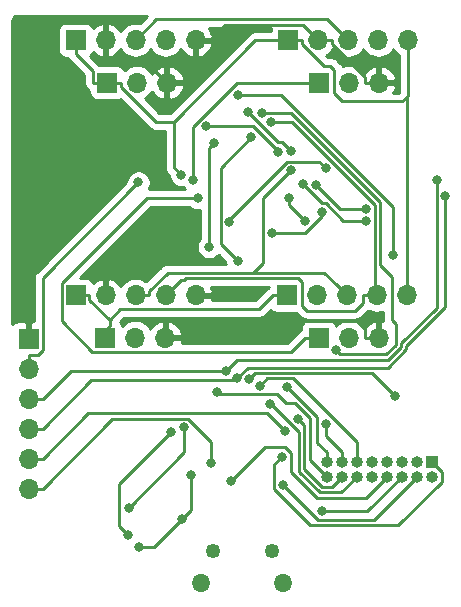
<source format=gbr>
G04 #@! TF.GenerationSoftware,KiCad,Pcbnew,(5.1.2)-1*
G04 #@! TF.CreationDate,2020-05-27T18:22:03+09:00*
G04 #@! TF.ProjectId,i2s,6932732e-6b69-4636-9164-5f7063625858,v1.1*
G04 #@! TF.SameCoordinates,Original*
G04 #@! TF.FileFunction,Copper,L2,Bot*
G04 #@! TF.FilePolarity,Positive*
%FSLAX46Y46*%
G04 Gerber Fmt 4.6, Leading zero omitted, Abs format (unit mm)*
G04 Created by KiCad (PCBNEW (5.1.2)-1) date 2020-05-27 18:22:03*
%MOMM*%
%LPD*%
G04 APERTURE LIST*
%ADD10O,1.000000X1.000000*%
%ADD11R,1.000000X1.000000*%
%ADD12O,1.700000X1.700000*%
%ADD13R,1.700000X1.700000*%
%ADD14O,1.550000X1.550000*%
%ADD15O,1.250000X1.250000*%
%ADD16C,0.800000*%
%ADD17C,0.250000*%
%ADD18C,0.254000*%
G04 APERTURE END LIST*
D10*
X127260000Y-139700000D03*
X127260000Y-138430000D03*
X128530000Y-139700000D03*
X128530000Y-138430000D03*
X129800000Y-139700000D03*
X129800000Y-138430000D03*
X131070000Y-139700000D03*
X131070000Y-138430000D03*
X132340000Y-139700000D03*
X132340000Y-138430000D03*
X133610000Y-139700000D03*
X133610000Y-138430000D03*
X134880000Y-139700000D03*
X134880000Y-138430000D03*
X136150000Y-139700000D03*
D11*
X136150000Y-138430000D03*
D12*
X134040000Y-124300000D03*
X131500000Y-124300000D03*
X128960000Y-124300000D03*
X126420000Y-124300000D03*
D13*
X123880000Y-124300000D03*
D12*
X116160000Y-124300000D03*
X113620000Y-124300000D03*
X111080000Y-124300000D03*
X108540000Y-124300000D03*
D13*
X106000000Y-124300000D03*
D12*
X131680000Y-127900000D03*
X129140000Y-127900000D03*
D13*
X126600000Y-127900000D03*
D12*
X113580000Y-127900000D03*
X111040000Y-127900000D03*
D13*
X108500000Y-127900000D03*
D12*
X131680000Y-106300000D03*
X129140000Y-106300000D03*
D13*
X126600000Y-106300000D03*
D12*
X113740000Y-106300000D03*
X111200000Y-106300000D03*
D13*
X108660000Y-106300000D03*
D12*
X134160000Y-102700000D03*
X131620000Y-102700000D03*
X129080000Y-102700000D03*
X126540000Y-102700000D03*
D13*
X124000000Y-102700000D03*
D12*
X116160000Y-102700000D03*
X113620000Y-102700000D03*
X111080000Y-102700000D03*
X108540000Y-102700000D03*
D13*
X106000000Y-102700000D03*
D14*
X116600000Y-148700000D03*
X123600000Y-148700000D03*
D15*
X117600000Y-146000000D03*
X122600000Y-146000000D03*
D12*
X102030000Y-140670000D03*
X102030000Y-138130000D03*
X102030000Y-135590000D03*
X102030000Y-133050000D03*
X102030000Y-130510000D03*
D13*
X102030000Y-127970000D03*
D16*
X111322300Y-114745000D03*
X115778500Y-139504700D03*
X111349600Y-145619200D03*
X115047400Y-143245600D03*
X117760700Y-111397400D03*
X117315800Y-120214100D03*
X114956900Y-114133500D03*
X115947000Y-114571500D03*
X116381100Y-116078300D03*
X124249100Y-112060300D03*
X120628700Y-108770600D03*
X117039700Y-109992700D03*
X123123900Y-112152900D03*
X119730200Y-121439200D03*
X120891400Y-110901000D03*
X128056700Y-128946900D03*
X121805200Y-108883800D03*
X119715800Y-107349400D03*
X132835700Y-120856100D03*
X117451600Y-138481700D03*
X123746300Y-135789300D03*
X137295200Y-115940100D03*
X119700000Y-131347200D03*
X136563400Y-114560900D03*
X118760900Y-130678300D03*
X110400000Y-144600000D03*
X114100000Y-135900000D03*
X110500000Y-142300000D03*
X115200000Y-135500000D03*
X122573800Y-109658900D03*
X124226300Y-113720200D03*
X133056200Y-132838500D03*
X120704600Y-131399000D03*
X130610700Y-117991700D03*
X125270100Y-114923000D03*
X130577400Y-116991300D03*
X126373500Y-114999600D03*
X124085500Y-116098700D03*
X125396100Y-118016100D03*
X122595800Y-119045800D03*
X126873700Y-117253300D03*
X127174400Y-113527500D03*
X119018500Y-118132900D03*
X123912700Y-132070300D03*
X124859400Y-134815400D03*
X127179700Y-135194500D03*
X122437900Y-133493900D03*
X121600300Y-131970500D03*
X119200000Y-140006100D03*
X126891000Y-142610100D03*
X123565200Y-140342100D03*
X123464600Y-137958900D03*
X117947100Y-132502200D03*
D17*
X131680000Y-106300000D02*
X130504700Y-106300000D01*
X126540000Y-102700000D02*
X127715300Y-102700000D01*
X127715300Y-102700000D02*
X127715300Y-103067400D01*
X127715300Y-103067400D02*
X130504700Y-105856800D01*
X130504700Y-105856800D02*
X130504700Y-106300000D01*
X131680000Y-127900000D02*
X130504700Y-127900000D01*
X113580000Y-127900000D02*
X114755300Y-127900000D01*
X114755300Y-127900000D02*
X116144700Y-126510600D01*
X116144700Y-126510600D02*
X129812900Y-126510600D01*
X129812900Y-126510600D02*
X130504700Y-127202400D01*
X130504700Y-127202400D02*
X130504700Y-127900000D01*
X125240000Y-101400000D02*
X126540000Y-102700000D01*
X118635300Y-101400000D02*
X125240000Y-101400000D01*
X116160000Y-102700000D02*
X117335300Y-102700000D01*
X117335300Y-102700000D02*
X118635300Y-101400000D01*
X108540000Y-103902081D02*
X108937919Y-104300000D01*
X108540000Y-102700000D02*
X108540000Y-103902081D01*
X112500000Y-105060000D02*
X113740000Y-106300000D01*
X111740000Y-104300000D02*
X112500000Y-105060000D01*
X108937919Y-104300000D02*
X111740000Y-104300000D01*
X102030000Y-130510000D02*
X102030000Y-129334700D01*
X102030000Y-129334700D02*
X102838100Y-129334700D01*
X102838100Y-129334700D02*
X103205300Y-128967500D01*
X103205300Y-128967500D02*
X103205300Y-122862000D01*
X103205300Y-122862000D02*
X111322300Y-114745000D01*
X115047400Y-143245600D02*
X115778500Y-142514500D01*
X115778500Y-142514500D02*
X115778500Y-139504700D01*
X111349600Y-145619200D02*
X112673800Y-145619200D01*
X112673800Y-145619200D02*
X115047400Y-143245600D01*
X117315800Y-120214100D02*
X117315800Y-111842300D01*
X117315800Y-111842300D02*
X117760700Y-111397400D01*
X134040000Y-123124700D02*
X134040000Y-107526100D01*
X134040000Y-107526100D02*
X134160000Y-107406100D01*
X134160000Y-107406100D02*
X134160000Y-103875300D01*
X124000000Y-102700000D02*
X121224800Y-102700000D01*
X121224800Y-102700000D02*
X114301000Y-109623800D01*
X134040000Y-124300000D02*
X134040000Y-123124700D01*
X134160000Y-102700000D02*
X134160000Y-103875300D01*
X114301000Y-109623800D02*
X114301000Y-113477600D01*
X114301000Y-113477600D02*
X114956900Y-114133500D01*
X114301000Y-109623800D02*
X112791700Y-109623800D01*
X112791700Y-109623800D02*
X109835300Y-106667400D01*
X109835300Y-106667400D02*
X109835300Y-106300000D01*
X108660000Y-106300000D02*
X109835300Y-106300000D01*
X108660000Y-106300000D02*
X107484700Y-106300000D01*
X106000000Y-102700000D02*
X106000000Y-103875300D01*
X106000000Y-103875300D02*
X107484700Y-105360000D01*
X107484700Y-105360000D02*
X107484700Y-106300000D01*
X128600000Y-107900000D02*
X133666100Y-107900000D01*
X127900000Y-107200000D02*
X128600000Y-107900000D01*
X133666100Y-107900000D02*
X134040000Y-107526100D01*
X125175300Y-102700000D02*
X125175300Y-103021900D01*
X124000000Y-102700000D02*
X125175300Y-102700000D01*
X125175300Y-103021900D02*
X127034000Y-104880600D01*
X127034000Y-104880600D02*
X127580600Y-104880600D01*
X127580600Y-104880600D02*
X127900000Y-105200000D01*
X127900000Y-105200000D02*
X127900000Y-107200000D01*
X125424700Y-106300000D02*
X119702500Y-106300000D01*
X119702500Y-106300000D02*
X115947000Y-110055500D01*
X115947000Y-110055500D02*
X115947000Y-114571500D01*
X126600000Y-106300000D02*
X125424700Y-106300000D01*
X108886200Y-126378200D02*
X107175300Y-124667300D01*
X107175300Y-124667300D02*
X107175300Y-124300000D01*
X122704700Y-124300000D02*
X121529400Y-125475300D01*
X121529400Y-125475300D02*
X109789100Y-125475300D01*
X109789100Y-125475300D02*
X108886200Y-126378200D01*
X108886200Y-126378200D02*
X108886200Y-126926100D01*
X108886200Y-126926100D02*
X108500000Y-127312300D01*
X106000000Y-124300000D02*
X107175300Y-124300000D01*
X123880000Y-124300000D02*
X122704700Y-124300000D01*
X108500000Y-127900000D02*
X108500000Y-127312300D01*
X125424700Y-127900000D02*
X124249300Y-129075400D01*
X124249300Y-129075400D02*
X107418500Y-129075400D01*
X107418500Y-129075400D02*
X104824600Y-126481500D01*
X104824600Y-126481500D02*
X104824600Y-123293100D01*
X104824600Y-123293100D02*
X112039400Y-116078300D01*
X112039400Y-116078300D02*
X116381100Y-116078300D01*
X126600000Y-127900000D02*
X125424700Y-127900000D01*
X120628700Y-108770600D02*
X123157300Y-111299200D01*
X123157300Y-111299200D02*
X123488000Y-111299200D01*
X123488000Y-111299200D02*
X124249100Y-112060300D01*
X123123900Y-112152900D02*
X123123900Y-112107700D01*
X123123900Y-112107700D02*
X121008900Y-109992700D01*
X121008900Y-109992700D02*
X117039700Y-109992700D01*
X120891400Y-110901000D02*
X118285100Y-113507300D01*
X118285100Y-113507300D02*
X118285100Y-119994100D01*
X118285100Y-119994100D02*
X119730200Y-121439200D01*
X131789100Y-116406900D02*
X124266000Y-108883800D01*
X131789100Y-121745000D02*
X131789100Y-116406900D01*
X128409800Y-129300000D02*
X132300000Y-129300000D01*
X128056700Y-128946900D02*
X128409800Y-129300000D01*
X132300000Y-129300000D02*
X133100000Y-128500000D01*
X132800000Y-122755900D02*
X131789100Y-121745000D01*
X133100000Y-128500000D02*
X133100000Y-126716300D01*
X124266000Y-108883800D02*
X121805200Y-108883800D01*
X133100000Y-126716300D02*
X132800000Y-126416300D01*
X132800000Y-126416300D02*
X132800000Y-122755900D01*
X132835700Y-120856100D02*
X132835700Y-116816600D01*
X132835700Y-116816600D02*
X123368500Y-107349400D01*
X123368500Y-107349400D02*
X119715800Y-107349400D01*
X102030000Y-140670000D02*
X103205300Y-140670000D01*
X103205300Y-140670000D02*
X109100700Y-134774600D01*
X109100700Y-134774600D02*
X115513300Y-134774600D01*
X115513300Y-134774600D02*
X117451600Y-136712900D01*
X117451600Y-136712900D02*
X117451600Y-138481700D01*
X103205300Y-138130000D02*
X107059900Y-134275400D01*
X107059900Y-134275400D02*
X122232400Y-134275400D01*
X122232400Y-134275400D02*
X123746300Y-135789300D01*
X102030000Y-138130000D02*
X103205300Y-138130000D01*
X102030000Y-135590000D02*
X103205300Y-135590000D01*
X103205300Y-135590000D02*
X107289800Y-131505500D01*
X107289800Y-131505500D02*
X119541700Y-131505500D01*
X119541700Y-131505500D02*
X119700000Y-131347200D01*
X119700000Y-131347200D02*
X120602900Y-130444300D01*
X120602900Y-130444300D02*
X132428522Y-130444300D01*
X132428522Y-130444300D02*
X134000022Y-128872800D01*
X134000022Y-128872800D02*
X134000022Y-128572800D01*
X137295200Y-125277622D02*
X137295200Y-116505785D01*
X137295200Y-116505785D02*
X137295200Y-115940100D01*
X134000022Y-128572800D02*
X137295200Y-125277622D01*
X103205300Y-133050000D02*
X105577000Y-130678300D01*
X105577000Y-130678300D02*
X118760900Y-130678300D01*
X102030000Y-133050000D02*
X103205300Y-133050000D01*
X118760900Y-130678300D02*
X119689189Y-129750011D01*
X119689189Y-129750011D02*
X132486400Y-129750011D01*
X136563400Y-115126585D02*
X136563400Y-114560900D01*
X132486400Y-129750011D02*
X133550011Y-128686400D01*
X133550011Y-128686400D02*
X133550011Y-128386400D01*
X136563400Y-125373011D02*
X136563400Y-115126585D01*
X133550011Y-128386400D02*
X136563400Y-125373011D01*
X114100000Y-135900000D02*
X109675000Y-140325000D01*
X109675000Y-140325000D02*
X109675000Y-143875000D01*
X109675000Y-143875000D02*
X110400000Y-144600000D01*
X115200000Y-135500000D02*
X115200000Y-137600000D01*
X115200000Y-137600000D02*
X110500000Y-142300000D01*
X127329989Y-100949989D02*
X128230001Y-101850001D01*
X128230001Y-101850001D02*
X129080000Y-102700000D01*
X112830011Y-100949989D02*
X127329989Y-100949989D01*
X111080000Y-102700000D02*
X112830011Y-100949989D01*
X122573800Y-109658900D02*
X124332700Y-109658900D01*
X124332700Y-109658900D02*
X131336100Y-116662300D01*
X131336100Y-116662300D02*
X131336100Y-124300000D01*
X131500000Y-124300000D02*
X131336100Y-124300000D01*
X130324700Y-124300000D02*
X131305400Y-124300000D01*
X130324700Y-124975300D02*
X130324700Y-124300000D01*
X125555300Y-125600000D02*
X129700000Y-125600000D01*
X125200000Y-125244700D02*
X125555300Y-125600000D01*
X131305400Y-124300000D02*
X131336100Y-124300000D01*
X114920000Y-123000000D02*
X115200000Y-123000000D01*
X113620000Y-124300000D02*
X114920000Y-123000000D01*
X129700000Y-125600000D02*
X130324700Y-124975300D01*
X115200000Y-123000000D02*
X115349990Y-122850010D01*
X124850010Y-122850010D02*
X125200000Y-123200000D01*
X115349990Y-122850010D02*
X124850010Y-122850010D01*
X125200000Y-123200000D02*
X125200000Y-125244700D01*
X121867200Y-116079300D02*
X124226300Y-113720200D01*
X112255300Y-123932700D02*
X113788000Y-122400000D01*
X111080000Y-124300000D02*
X112255300Y-124300000D01*
X112255300Y-124300000D02*
X112255300Y-123932700D01*
X121867200Y-121532800D02*
X121000000Y-122400000D01*
X121867200Y-116079300D02*
X121867200Y-121532800D01*
X113788000Y-122400000D02*
X121000000Y-122400000D01*
X127060000Y-122400000D02*
X128110001Y-123450001D01*
X128110001Y-123450001D02*
X128960000Y-124300000D01*
X121000000Y-122400000D02*
X127060000Y-122400000D01*
X133056200Y-132838500D02*
X131112300Y-130894600D01*
X131112300Y-130894600D02*
X121209000Y-130894600D01*
X121209000Y-130894600D02*
X120704600Y-131399000D01*
X130610700Y-117991700D02*
X128637900Y-117991700D01*
X128637900Y-117991700D02*
X127174200Y-116528000D01*
X127174200Y-116528000D02*
X126875100Y-116528000D01*
X126875100Y-116528000D02*
X125270100Y-114923000D01*
X126373500Y-114999600D02*
X128365200Y-116991300D01*
X128365200Y-116991300D02*
X130577400Y-116991300D01*
X125396100Y-118016100D02*
X124085500Y-116705500D01*
X124085500Y-116705500D02*
X124085500Y-116098700D01*
X126873700Y-117253300D02*
X126873700Y-117625500D01*
X126873700Y-117625500D02*
X125453400Y-119045800D01*
X125453400Y-119045800D02*
X122595800Y-119045800D01*
X127174400Y-113527500D02*
X126641700Y-112994800D01*
X126641700Y-112994800D02*
X123918200Y-112994800D01*
X123918200Y-112994800D02*
X119018500Y-117894500D01*
X119018500Y-117894500D02*
X119018500Y-118132900D01*
X127260000Y-137604700D02*
X126434700Y-136779400D01*
X126434700Y-136779400D02*
X126434700Y-134592300D01*
X126434700Y-134592300D02*
X123912700Y-132070300D01*
X127260000Y-138430000D02*
X127260000Y-137604700D01*
X124859400Y-134815400D02*
X125372400Y-135328400D01*
X125372400Y-135328400D02*
X125372400Y-139043700D01*
X125372400Y-139043700D02*
X126874700Y-140546000D01*
X126874700Y-140546000D02*
X127684000Y-140546000D01*
X127684000Y-140546000D02*
X128530000Y-139700000D01*
X128530000Y-137604700D02*
X127179700Y-136254400D01*
X127179700Y-136254400D02*
X127179700Y-135194500D01*
X128530000Y-138430000D02*
X128530000Y-137604700D01*
X122437900Y-133493900D02*
X122512200Y-133493900D01*
X122512200Y-133493900D02*
X124922100Y-135903800D01*
X124922100Y-135903800D02*
X124922100Y-139230300D01*
X124922100Y-139230300D02*
X126688200Y-140996400D01*
X126688200Y-140996400D02*
X128503600Y-140996400D01*
X128503600Y-140996400D02*
X129800000Y-139700000D01*
X129800000Y-138430000D02*
X129800000Y-136708900D01*
X129800000Y-136708900D02*
X124436000Y-131344900D01*
X124436000Y-131344900D02*
X122225900Y-131344900D01*
X122225900Y-131344900D02*
X121600300Y-131970500D01*
X132340000Y-139700000D02*
X130590100Y-141449900D01*
X130590100Y-141449900D02*
X126419700Y-141449900D01*
X126419700Y-141449900D02*
X124246700Y-139276900D01*
X124246700Y-139276900D02*
X124246700Y-137701500D01*
X124246700Y-137701500D02*
X123720100Y-137174900D01*
X123720100Y-137174900D02*
X122031200Y-137174900D01*
X122031200Y-137174900D02*
X119200000Y-140006100D01*
X133610000Y-139700000D02*
X130699900Y-142610100D01*
X130699900Y-142610100D02*
X126891000Y-142610100D01*
X134880000Y-139700000D02*
X131244600Y-143335400D01*
X131244600Y-143335400D02*
X126558500Y-143335400D01*
X126558500Y-143335400D02*
X123565200Y-140342100D01*
X123464600Y-137958900D02*
X122807400Y-138616100D01*
X122807400Y-138616100D02*
X122807400Y-140725300D01*
X122807400Y-140725300D02*
X125867800Y-143785700D01*
X125867800Y-143785700D02*
X133294900Y-143785700D01*
X133294900Y-143785700D02*
X136991200Y-140089400D01*
X136991200Y-140089400D02*
X136991200Y-139271200D01*
X136991200Y-139271200D02*
X136150000Y-138430000D01*
X127260000Y-139700000D02*
X125822800Y-138262800D01*
X125822800Y-138262800D02*
X125822800Y-134709400D01*
X125822800Y-134709400D02*
X124560300Y-133446900D01*
X124560300Y-133446900D02*
X123840100Y-133446900D01*
X123840100Y-133446900D02*
X123089000Y-132695800D01*
X123089000Y-132695800D02*
X118140700Y-132695800D01*
X118140700Y-132695800D02*
X117947100Y-132502200D01*
D18*
G36*
X122578815Y-125601185D02*
G01*
X122675506Y-125680537D01*
X122785820Y-125739502D01*
X122905518Y-125775812D01*
X123030000Y-125788072D01*
X124664108Y-125788072D01*
X124688998Y-125808499D01*
X124991496Y-126110997D01*
X125015299Y-126140001D01*
X125131024Y-126234974D01*
X125263053Y-126305546D01*
X125406314Y-126349003D01*
X125517967Y-126360000D01*
X125517976Y-126360000D01*
X125555299Y-126363676D01*
X125592622Y-126360000D01*
X129662678Y-126360000D01*
X129700000Y-126363676D01*
X129737322Y-126360000D01*
X129737333Y-126360000D01*
X129848986Y-126349003D01*
X129992247Y-126305546D01*
X130124276Y-126234974D01*
X130240001Y-126140001D01*
X130263803Y-126110998D01*
X130777280Y-125597521D01*
X130928966Y-125678599D01*
X131208889Y-125763513D01*
X131427050Y-125785000D01*
X131572950Y-125785000D01*
X131791111Y-125763513D01*
X132040000Y-125688013D01*
X132040000Y-126378977D01*
X132036324Y-126416300D01*
X132040000Y-126453622D01*
X132040000Y-126453632D01*
X132040592Y-126459647D01*
X132036890Y-126458524D01*
X131807000Y-126579845D01*
X131807000Y-127773000D01*
X131827000Y-127773000D01*
X131827000Y-128027000D01*
X131807000Y-128027000D01*
X131807000Y-128047000D01*
X131553000Y-128047000D01*
X131553000Y-128027000D01*
X131533000Y-128027000D01*
X131533000Y-127773000D01*
X131553000Y-127773000D01*
X131553000Y-126579845D01*
X131323110Y-126458524D01*
X131175901Y-126503175D01*
X130913080Y-126628359D01*
X130679731Y-126802412D01*
X130484822Y-127018645D01*
X130415201Y-127135523D01*
X130380706Y-127070986D01*
X130195134Y-126844866D01*
X129969014Y-126659294D01*
X129711034Y-126521401D01*
X129431111Y-126436487D01*
X129212950Y-126415000D01*
X129067050Y-126415000D01*
X128848889Y-126436487D01*
X128568966Y-126521401D01*
X128310986Y-126659294D01*
X128084866Y-126844866D01*
X128060393Y-126874687D01*
X128039502Y-126805820D01*
X127980537Y-126695506D01*
X127901185Y-126598815D01*
X127804494Y-126519463D01*
X127694180Y-126460498D01*
X127574482Y-126424188D01*
X127450000Y-126411928D01*
X125750000Y-126411928D01*
X125625518Y-126424188D01*
X125505820Y-126460498D01*
X125395506Y-126519463D01*
X125298815Y-126598815D01*
X125219463Y-126695506D01*
X125160498Y-126805820D01*
X125124188Y-126925518D01*
X125111928Y-127050000D01*
X125111928Y-127205425D01*
X125000424Y-127265026D01*
X124884699Y-127359999D01*
X124860901Y-127388997D01*
X123934499Y-128315400D01*
X115000726Y-128315400D01*
X115021481Y-128256891D01*
X114900814Y-128027000D01*
X113707000Y-128027000D01*
X113707000Y-128047000D01*
X113453000Y-128047000D01*
X113453000Y-128027000D01*
X113433000Y-128027000D01*
X113433000Y-127773000D01*
X113453000Y-127773000D01*
X113453000Y-126579845D01*
X113707000Y-126579845D01*
X113707000Y-127773000D01*
X114900814Y-127773000D01*
X115021481Y-127543109D01*
X114924157Y-127268748D01*
X114775178Y-127018645D01*
X114580269Y-126802412D01*
X114346920Y-126628359D01*
X114084099Y-126503175D01*
X113936890Y-126458524D01*
X113707000Y-126579845D01*
X113453000Y-126579845D01*
X113223110Y-126458524D01*
X113075901Y-126503175D01*
X112813080Y-126628359D01*
X112579731Y-126802412D01*
X112384822Y-127018645D01*
X112315201Y-127135523D01*
X112280706Y-127070986D01*
X112095134Y-126844866D01*
X111869014Y-126659294D01*
X111611034Y-126521401D01*
X111331111Y-126436487D01*
X111112950Y-126415000D01*
X110967050Y-126415000D01*
X110748889Y-126436487D01*
X110468966Y-126521401D01*
X110210986Y-126659294D01*
X109984866Y-126844866D01*
X109960393Y-126874687D01*
X109939502Y-126805820D01*
X109880537Y-126695506D01*
X109801185Y-126598815D01*
X109767792Y-126571410D01*
X110103902Y-126235300D01*
X121492078Y-126235300D01*
X121529400Y-126238976D01*
X121566722Y-126235300D01*
X121566733Y-126235300D01*
X121678386Y-126224303D01*
X121821647Y-126180846D01*
X121953676Y-126110274D01*
X122069401Y-126015301D01*
X122093204Y-125986297D01*
X122533515Y-125545986D01*
X122578815Y-125601185D01*
X122578815Y-125601185D01*
G37*
X122578815Y-125601185D02*
X122675506Y-125680537D01*
X122785820Y-125739502D01*
X122905518Y-125775812D01*
X123030000Y-125788072D01*
X124664108Y-125788072D01*
X124688998Y-125808499D01*
X124991496Y-126110997D01*
X125015299Y-126140001D01*
X125131024Y-126234974D01*
X125263053Y-126305546D01*
X125406314Y-126349003D01*
X125517967Y-126360000D01*
X125517976Y-126360000D01*
X125555299Y-126363676D01*
X125592622Y-126360000D01*
X129662678Y-126360000D01*
X129700000Y-126363676D01*
X129737322Y-126360000D01*
X129737333Y-126360000D01*
X129848986Y-126349003D01*
X129992247Y-126305546D01*
X130124276Y-126234974D01*
X130240001Y-126140001D01*
X130263803Y-126110998D01*
X130777280Y-125597521D01*
X130928966Y-125678599D01*
X131208889Y-125763513D01*
X131427050Y-125785000D01*
X131572950Y-125785000D01*
X131791111Y-125763513D01*
X132040000Y-125688013D01*
X132040000Y-126378977D01*
X132036324Y-126416300D01*
X132040000Y-126453622D01*
X132040000Y-126453632D01*
X132040592Y-126459647D01*
X132036890Y-126458524D01*
X131807000Y-126579845D01*
X131807000Y-127773000D01*
X131827000Y-127773000D01*
X131827000Y-128027000D01*
X131807000Y-128027000D01*
X131807000Y-128047000D01*
X131553000Y-128047000D01*
X131553000Y-128027000D01*
X131533000Y-128027000D01*
X131533000Y-127773000D01*
X131553000Y-127773000D01*
X131553000Y-126579845D01*
X131323110Y-126458524D01*
X131175901Y-126503175D01*
X130913080Y-126628359D01*
X130679731Y-126802412D01*
X130484822Y-127018645D01*
X130415201Y-127135523D01*
X130380706Y-127070986D01*
X130195134Y-126844866D01*
X129969014Y-126659294D01*
X129711034Y-126521401D01*
X129431111Y-126436487D01*
X129212950Y-126415000D01*
X129067050Y-126415000D01*
X128848889Y-126436487D01*
X128568966Y-126521401D01*
X128310986Y-126659294D01*
X128084866Y-126844866D01*
X128060393Y-126874687D01*
X128039502Y-126805820D01*
X127980537Y-126695506D01*
X127901185Y-126598815D01*
X127804494Y-126519463D01*
X127694180Y-126460498D01*
X127574482Y-126424188D01*
X127450000Y-126411928D01*
X125750000Y-126411928D01*
X125625518Y-126424188D01*
X125505820Y-126460498D01*
X125395506Y-126519463D01*
X125298815Y-126598815D01*
X125219463Y-126695506D01*
X125160498Y-126805820D01*
X125124188Y-126925518D01*
X125111928Y-127050000D01*
X125111928Y-127205425D01*
X125000424Y-127265026D01*
X124884699Y-127359999D01*
X124860901Y-127388997D01*
X123934499Y-128315400D01*
X115000726Y-128315400D01*
X115021481Y-128256891D01*
X114900814Y-128027000D01*
X113707000Y-128027000D01*
X113707000Y-128047000D01*
X113453000Y-128047000D01*
X113453000Y-128027000D01*
X113433000Y-128027000D01*
X113433000Y-127773000D01*
X113453000Y-127773000D01*
X113453000Y-126579845D01*
X113707000Y-126579845D01*
X113707000Y-127773000D01*
X114900814Y-127773000D01*
X115021481Y-127543109D01*
X114924157Y-127268748D01*
X114775178Y-127018645D01*
X114580269Y-126802412D01*
X114346920Y-126628359D01*
X114084099Y-126503175D01*
X113936890Y-126458524D01*
X113707000Y-126579845D01*
X113453000Y-126579845D01*
X113223110Y-126458524D01*
X113075901Y-126503175D01*
X112813080Y-126628359D01*
X112579731Y-126802412D01*
X112384822Y-127018645D01*
X112315201Y-127135523D01*
X112280706Y-127070986D01*
X112095134Y-126844866D01*
X111869014Y-126659294D01*
X111611034Y-126521401D01*
X111331111Y-126436487D01*
X111112950Y-126415000D01*
X110967050Y-126415000D01*
X110748889Y-126436487D01*
X110468966Y-126521401D01*
X110210986Y-126659294D01*
X109984866Y-126844866D01*
X109960393Y-126874687D01*
X109939502Y-126805820D01*
X109880537Y-126695506D01*
X109801185Y-126598815D01*
X109767792Y-126571410D01*
X110103902Y-126235300D01*
X121492078Y-126235300D01*
X121529400Y-126238976D01*
X121566722Y-126235300D01*
X121566733Y-126235300D01*
X121678386Y-126224303D01*
X121821647Y-126180846D01*
X121953676Y-126110274D01*
X122069401Y-126015301D01*
X122093204Y-125986297D01*
X122533515Y-125545986D01*
X122578815Y-125601185D01*
G36*
X111445995Y-101259203D02*
G01*
X111371111Y-101236487D01*
X111152950Y-101215000D01*
X111007050Y-101215000D01*
X110788889Y-101236487D01*
X110508966Y-101321401D01*
X110250986Y-101459294D01*
X110024866Y-101644866D01*
X109839294Y-101870986D01*
X109804799Y-101935523D01*
X109735178Y-101818645D01*
X109540269Y-101602412D01*
X109306920Y-101428359D01*
X109044099Y-101303175D01*
X108896890Y-101258524D01*
X108667000Y-101379845D01*
X108667000Y-102573000D01*
X108687000Y-102573000D01*
X108687000Y-102827000D01*
X108667000Y-102827000D01*
X108667000Y-104020155D01*
X108896890Y-104141476D01*
X109044099Y-104096825D01*
X109306920Y-103971641D01*
X109540269Y-103797588D01*
X109735178Y-103581355D01*
X109804799Y-103464477D01*
X109839294Y-103529014D01*
X110024866Y-103755134D01*
X110250986Y-103940706D01*
X110508966Y-104078599D01*
X110788889Y-104163513D01*
X111007050Y-104185000D01*
X111152950Y-104185000D01*
X111371111Y-104163513D01*
X111651034Y-104078599D01*
X111909014Y-103940706D01*
X112135134Y-103755134D01*
X112320706Y-103529014D01*
X112350000Y-103474209D01*
X112379294Y-103529014D01*
X112564866Y-103755134D01*
X112790986Y-103940706D01*
X113048966Y-104078599D01*
X113328889Y-104163513D01*
X113547050Y-104185000D01*
X113692950Y-104185000D01*
X113911111Y-104163513D01*
X114191034Y-104078599D01*
X114449014Y-103940706D01*
X114675134Y-103755134D01*
X114860706Y-103529014D01*
X114895201Y-103464477D01*
X114964822Y-103581355D01*
X115159731Y-103797588D01*
X115393080Y-103971641D01*
X115655901Y-104096825D01*
X115803110Y-104141476D01*
X116033000Y-104020155D01*
X116033000Y-102827000D01*
X116287000Y-102827000D01*
X116287000Y-104020155D01*
X116516890Y-104141476D01*
X116664099Y-104096825D01*
X116926920Y-103971641D01*
X117160269Y-103797588D01*
X117355178Y-103581355D01*
X117504157Y-103331252D01*
X117601481Y-103056891D01*
X117480814Y-102827000D01*
X116287000Y-102827000D01*
X116033000Y-102827000D01*
X116013000Y-102827000D01*
X116013000Y-102573000D01*
X116033000Y-102573000D01*
X116033000Y-102553000D01*
X116287000Y-102553000D01*
X116287000Y-102573000D01*
X117480814Y-102573000D01*
X117601481Y-102343109D01*
X117504157Y-102068748D01*
X117355178Y-101818645D01*
X117257237Y-101709989D01*
X122528899Y-101709989D01*
X122524188Y-101725518D01*
X122511928Y-101850000D01*
X122511928Y-101940000D01*
X121262123Y-101940000D01*
X121224800Y-101936324D01*
X121187477Y-101940000D01*
X121187467Y-101940000D01*
X121075814Y-101950997D01*
X120932553Y-101994454D01*
X120800524Y-102065026D01*
X120684799Y-102159999D01*
X120661001Y-102188997D01*
X113986199Y-108863800D01*
X113106502Y-108863800D01*
X111868959Y-107626257D01*
X112029014Y-107540706D01*
X112255134Y-107355134D01*
X112440706Y-107129014D01*
X112475201Y-107064477D01*
X112544822Y-107181355D01*
X112739731Y-107397588D01*
X112973080Y-107571641D01*
X113235901Y-107696825D01*
X113383110Y-107741476D01*
X113613000Y-107620155D01*
X113613000Y-106427000D01*
X113867000Y-106427000D01*
X113867000Y-107620155D01*
X114096890Y-107741476D01*
X114244099Y-107696825D01*
X114506920Y-107571641D01*
X114740269Y-107397588D01*
X114935178Y-107181355D01*
X115084157Y-106931252D01*
X115181481Y-106656891D01*
X115060814Y-106427000D01*
X113867000Y-106427000D01*
X113613000Y-106427000D01*
X113593000Y-106427000D01*
X113593000Y-106173000D01*
X113613000Y-106173000D01*
X113613000Y-104979845D01*
X113867000Y-104979845D01*
X113867000Y-106173000D01*
X115060814Y-106173000D01*
X115181481Y-105943109D01*
X115084157Y-105668748D01*
X114935178Y-105418645D01*
X114740269Y-105202412D01*
X114506920Y-105028359D01*
X114244099Y-104903175D01*
X114096890Y-104858524D01*
X113867000Y-104979845D01*
X113613000Y-104979845D01*
X113383110Y-104858524D01*
X113235901Y-104903175D01*
X112973080Y-105028359D01*
X112739731Y-105202412D01*
X112544822Y-105418645D01*
X112475201Y-105535523D01*
X112440706Y-105470986D01*
X112255134Y-105244866D01*
X112029014Y-105059294D01*
X111771034Y-104921401D01*
X111491111Y-104836487D01*
X111272950Y-104815000D01*
X111127050Y-104815000D01*
X110908889Y-104836487D01*
X110628966Y-104921401D01*
X110370986Y-105059294D01*
X110144866Y-105244866D01*
X110120393Y-105274687D01*
X110099502Y-105205820D01*
X110040537Y-105095506D01*
X109961185Y-104998815D01*
X109864494Y-104919463D01*
X109754180Y-104860498D01*
X109634482Y-104824188D01*
X109510000Y-104811928D01*
X108014866Y-104811928D01*
X107995704Y-104796202D01*
X107245987Y-104046485D01*
X107301185Y-104001185D01*
X107380537Y-103904494D01*
X107439502Y-103794180D01*
X107463966Y-103713534D01*
X107539731Y-103797588D01*
X107773080Y-103971641D01*
X108035901Y-104096825D01*
X108183110Y-104141476D01*
X108413000Y-104020155D01*
X108413000Y-102827000D01*
X108393000Y-102827000D01*
X108393000Y-102573000D01*
X108413000Y-102573000D01*
X108413000Y-101379845D01*
X108183110Y-101258524D01*
X108035901Y-101303175D01*
X107773080Y-101428359D01*
X107539731Y-101602412D01*
X107463966Y-101686466D01*
X107439502Y-101605820D01*
X107380537Y-101495506D01*
X107301185Y-101398815D01*
X107204494Y-101319463D01*
X107094180Y-101260498D01*
X106974482Y-101224188D01*
X106850000Y-101211928D01*
X105150000Y-101211928D01*
X105025518Y-101224188D01*
X104905820Y-101260498D01*
X104795506Y-101319463D01*
X104698815Y-101398815D01*
X104619463Y-101495506D01*
X104560498Y-101605820D01*
X104524188Y-101725518D01*
X104511928Y-101850000D01*
X104511928Y-103550000D01*
X104524188Y-103674482D01*
X104560498Y-103794180D01*
X104619463Y-103904494D01*
X104698815Y-104001185D01*
X104795506Y-104080537D01*
X104905820Y-104139502D01*
X105025518Y-104175812D01*
X105150000Y-104188072D01*
X105305425Y-104188072D01*
X105365026Y-104299576D01*
X105436201Y-104386302D01*
X105460000Y-104415301D01*
X105488998Y-104439099D01*
X106724700Y-105674802D01*
X106724701Y-106262658D01*
X106721023Y-106300000D01*
X106735697Y-106448986D01*
X106779154Y-106592247D01*
X106849726Y-106724276D01*
X106944699Y-106840001D01*
X107060424Y-106934974D01*
X107171928Y-106994575D01*
X107171928Y-107150000D01*
X107184188Y-107274482D01*
X107220498Y-107394180D01*
X107279463Y-107504494D01*
X107358815Y-107601185D01*
X107455506Y-107680537D01*
X107565820Y-107739502D01*
X107685518Y-107775812D01*
X107810000Y-107788072D01*
X109510000Y-107788072D01*
X109634482Y-107775812D01*
X109754180Y-107739502D01*
X109805284Y-107712186D01*
X112227901Y-110134803D01*
X112251699Y-110163801D01*
X112280697Y-110187599D01*
X112367423Y-110258774D01*
X112434445Y-110294598D01*
X112499453Y-110329346D01*
X112642714Y-110372803D01*
X112754367Y-110383800D01*
X112754377Y-110383800D01*
X112791700Y-110387476D01*
X112829023Y-110383800D01*
X113541000Y-110383800D01*
X113541001Y-113440268D01*
X113537324Y-113477600D01*
X113541001Y-113514933D01*
X113551998Y-113626586D01*
X113552965Y-113629774D01*
X113595454Y-113769846D01*
X113666026Y-113901876D01*
X113717503Y-113964600D01*
X113761000Y-114017601D01*
X113789998Y-114041399D01*
X113921900Y-114173301D01*
X113921900Y-114235439D01*
X113961674Y-114435398D01*
X114039695Y-114623756D01*
X114152963Y-114793274D01*
X114297126Y-114937437D01*
X114466644Y-115050705D01*
X114655002Y-115128726D01*
X114854961Y-115168500D01*
X115058839Y-115168500D01*
X115096159Y-115161077D01*
X115143063Y-115231274D01*
X115230089Y-115318300D01*
X112184017Y-115318300D01*
X112239505Y-115235256D01*
X112317526Y-115046898D01*
X112357300Y-114846939D01*
X112357300Y-114643061D01*
X112317526Y-114443102D01*
X112239505Y-114254744D01*
X112126237Y-114085226D01*
X111982074Y-113941063D01*
X111812556Y-113827795D01*
X111624198Y-113749774D01*
X111424239Y-113710000D01*
X111220361Y-113710000D01*
X111020402Y-113749774D01*
X110832044Y-113827795D01*
X110662526Y-113941063D01*
X110518363Y-114085226D01*
X110405095Y-114254744D01*
X110327074Y-114443102D01*
X110287300Y-114643061D01*
X110287300Y-114705197D01*
X102694298Y-122298201D01*
X102665300Y-122321999D01*
X102641502Y-122350997D01*
X102641501Y-122350998D01*
X102570326Y-122437724D01*
X102499754Y-122569754D01*
X102472948Y-122658126D01*
X102456298Y-122713014D01*
X102445348Y-122824188D01*
X102441624Y-122862000D01*
X102445301Y-122899332D01*
X102445300Y-126484295D01*
X102315750Y-126485000D01*
X102157000Y-126643750D01*
X102157000Y-127843000D01*
X102177000Y-127843000D01*
X102177000Y-128097000D01*
X102157000Y-128097000D01*
X102157000Y-128117000D01*
X101903000Y-128117000D01*
X101903000Y-128097000D01*
X101883000Y-128097000D01*
X101883000Y-127843000D01*
X101903000Y-127843000D01*
X101903000Y-126643750D01*
X101744250Y-126485000D01*
X101180000Y-126481928D01*
X101055518Y-126494188D01*
X100935820Y-126530498D01*
X100825506Y-126589463D01*
X100728815Y-126668815D01*
X100660000Y-126752667D01*
X100660000Y-101032279D01*
X100669580Y-100934576D01*
X100688580Y-100871644D01*
X100719445Y-100813595D01*
X100760989Y-100762657D01*
X100811644Y-100720752D01*
X100869471Y-100689485D01*
X100932272Y-100670044D01*
X101027835Y-100660000D01*
X112045198Y-100660000D01*
X111445995Y-101259203D01*
X111445995Y-101259203D01*
G37*
X111445995Y-101259203D02*
X111371111Y-101236487D01*
X111152950Y-101215000D01*
X111007050Y-101215000D01*
X110788889Y-101236487D01*
X110508966Y-101321401D01*
X110250986Y-101459294D01*
X110024866Y-101644866D01*
X109839294Y-101870986D01*
X109804799Y-101935523D01*
X109735178Y-101818645D01*
X109540269Y-101602412D01*
X109306920Y-101428359D01*
X109044099Y-101303175D01*
X108896890Y-101258524D01*
X108667000Y-101379845D01*
X108667000Y-102573000D01*
X108687000Y-102573000D01*
X108687000Y-102827000D01*
X108667000Y-102827000D01*
X108667000Y-104020155D01*
X108896890Y-104141476D01*
X109044099Y-104096825D01*
X109306920Y-103971641D01*
X109540269Y-103797588D01*
X109735178Y-103581355D01*
X109804799Y-103464477D01*
X109839294Y-103529014D01*
X110024866Y-103755134D01*
X110250986Y-103940706D01*
X110508966Y-104078599D01*
X110788889Y-104163513D01*
X111007050Y-104185000D01*
X111152950Y-104185000D01*
X111371111Y-104163513D01*
X111651034Y-104078599D01*
X111909014Y-103940706D01*
X112135134Y-103755134D01*
X112320706Y-103529014D01*
X112350000Y-103474209D01*
X112379294Y-103529014D01*
X112564866Y-103755134D01*
X112790986Y-103940706D01*
X113048966Y-104078599D01*
X113328889Y-104163513D01*
X113547050Y-104185000D01*
X113692950Y-104185000D01*
X113911111Y-104163513D01*
X114191034Y-104078599D01*
X114449014Y-103940706D01*
X114675134Y-103755134D01*
X114860706Y-103529014D01*
X114895201Y-103464477D01*
X114964822Y-103581355D01*
X115159731Y-103797588D01*
X115393080Y-103971641D01*
X115655901Y-104096825D01*
X115803110Y-104141476D01*
X116033000Y-104020155D01*
X116033000Y-102827000D01*
X116287000Y-102827000D01*
X116287000Y-104020155D01*
X116516890Y-104141476D01*
X116664099Y-104096825D01*
X116926920Y-103971641D01*
X117160269Y-103797588D01*
X117355178Y-103581355D01*
X117504157Y-103331252D01*
X117601481Y-103056891D01*
X117480814Y-102827000D01*
X116287000Y-102827000D01*
X116033000Y-102827000D01*
X116013000Y-102827000D01*
X116013000Y-102573000D01*
X116033000Y-102573000D01*
X116033000Y-102553000D01*
X116287000Y-102553000D01*
X116287000Y-102573000D01*
X117480814Y-102573000D01*
X117601481Y-102343109D01*
X117504157Y-102068748D01*
X117355178Y-101818645D01*
X117257237Y-101709989D01*
X122528899Y-101709989D01*
X122524188Y-101725518D01*
X122511928Y-101850000D01*
X122511928Y-101940000D01*
X121262123Y-101940000D01*
X121224800Y-101936324D01*
X121187477Y-101940000D01*
X121187467Y-101940000D01*
X121075814Y-101950997D01*
X120932553Y-101994454D01*
X120800524Y-102065026D01*
X120684799Y-102159999D01*
X120661001Y-102188997D01*
X113986199Y-108863800D01*
X113106502Y-108863800D01*
X111868959Y-107626257D01*
X112029014Y-107540706D01*
X112255134Y-107355134D01*
X112440706Y-107129014D01*
X112475201Y-107064477D01*
X112544822Y-107181355D01*
X112739731Y-107397588D01*
X112973080Y-107571641D01*
X113235901Y-107696825D01*
X113383110Y-107741476D01*
X113613000Y-107620155D01*
X113613000Y-106427000D01*
X113867000Y-106427000D01*
X113867000Y-107620155D01*
X114096890Y-107741476D01*
X114244099Y-107696825D01*
X114506920Y-107571641D01*
X114740269Y-107397588D01*
X114935178Y-107181355D01*
X115084157Y-106931252D01*
X115181481Y-106656891D01*
X115060814Y-106427000D01*
X113867000Y-106427000D01*
X113613000Y-106427000D01*
X113593000Y-106427000D01*
X113593000Y-106173000D01*
X113613000Y-106173000D01*
X113613000Y-104979845D01*
X113867000Y-104979845D01*
X113867000Y-106173000D01*
X115060814Y-106173000D01*
X115181481Y-105943109D01*
X115084157Y-105668748D01*
X114935178Y-105418645D01*
X114740269Y-105202412D01*
X114506920Y-105028359D01*
X114244099Y-104903175D01*
X114096890Y-104858524D01*
X113867000Y-104979845D01*
X113613000Y-104979845D01*
X113383110Y-104858524D01*
X113235901Y-104903175D01*
X112973080Y-105028359D01*
X112739731Y-105202412D01*
X112544822Y-105418645D01*
X112475201Y-105535523D01*
X112440706Y-105470986D01*
X112255134Y-105244866D01*
X112029014Y-105059294D01*
X111771034Y-104921401D01*
X111491111Y-104836487D01*
X111272950Y-104815000D01*
X111127050Y-104815000D01*
X110908889Y-104836487D01*
X110628966Y-104921401D01*
X110370986Y-105059294D01*
X110144866Y-105244866D01*
X110120393Y-105274687D01*
X110099502Y-105205820D01*
X110040537Y-105095506D01*
X109961185Y-104998815D01*
X109864494Y-104919463D01*
X109754180Y-104860498D01*
X109634482Y-104824188D01*
X109510000Y-104811928D01*
X108014866Y-104811928D01*
X107995704Y-104796202D01*
X107245987Y-104046485D01*
X107301185Y-104001185D01*
X107380537Y-103904494D01*
X107439502Y-103794180D01*
X107463966Y-103713534D01*
X107539731Y-103797588D01*
X107773080Y-103971641D01*
X108035901Y-104096825D01*
X108183110Y-104141476D01*
X108413000Y-104020155D01*
X108413000Y-102827000D01*
X108393000Y-102827000D01*
X108393000Y-102573000D01*
X108413000Y-102573000D01*
X108413000Y-101379845D01*
X108183110Y-101258524D01*
X108035901Y-101303175D01*
X107773080Y-101428359D01*
X107539731Y-101602412D01*
X107463966Y-101686466D01*
X107439502Y-101605820D01*
X107380537Y-101495506D01*
X107301185Y-101398815D01*
X107204494Y-101319463D01*
X107094180Y-101260498D01*
X106974482Y-101224188D01*
X106850000Y-101211928D01*
X105150000Y-101211928D01*
X105025518Y-101224188D01*
X104905820Y-101260498D01*
X104795506Y-101319463D01*
X104698815Y-101398815D01*
X104619463Y-101495506D01*
X104560498Y-101605820D01*
X104524188Y-101725518D01*
X104511928Y-101850000D01*
X104511928Y-103550000D01*
X104524188Y-103674482D01*
X104560498Y-103794180D01*
X104619463Y-103904494D01*
X104698815Y-104001185D01*
X104795506Y-104080537D01*
X104905820Y-104139502D01*
X105025518Y-104175812D01*
X105150000Y-104188072D01*
X105305425Y-104188072D01*
X105365026Y-104299576D01*
X105436201Y-104386302D01*
X105460000Y-104415301D01*
X105488998Y-104439099D01*
X106724700Y-105674802D01*
X106724701Y-106262658D01*
X106721023Y-106300000D01*
X106735697Y-106448986D01*
X106779154Y-106592247D01*
X106849726Y-106724276D01*
X106944699Y-106840001D01*
X107060424Y-106934974D01*
X107171928Y-106994575D01*
X107171928Y-107150000D01*
X107184188Y-107274482D01*
X107220498Y-107394180D01*
X107279463Y-107504494D01*
X107358815Y-107601185D01*
X107455506Y-107680537D01*
X107565820Y-107739502D01*
X107685518Y-107775812D01*
X107810000Y-107788072D01*
X109510000Y-107788072D01*
X109634482Y-107775812D01*
X109754180Y-107739502D01*
X109805284Y-107712186D01*
X112227901Y-110134803D01*
X112251699Y-110163801D01*
X112280697Y-110187599D01*
X112367423Y-110258774D01*
X112434445Y-110294598D01*
X112499453Y-110329346D01*
X112642714Y-110372803D01*
X112754367Y-110383800D01*
X112754377Y-110383800D01*
X112791700Y-110387476D01*
X112829023Y-110383800D01*
X113541000Y-110383800D01*
X113541001Y-113440268D01*
X113537324Y-113477600D01*
X113541001Y-113514933D01*
X113551998Y-113626586D01*
X113552965Y-113629774D01*
X113595454Y-113769846D01*
X113666026Y-113901876D01*
X113717503Y-113964600D01*
X113761000Y-114017601D01*
X113789998Y-114041399D01*
X113921900Y-114173301D01*
X113921900Y-114235439D01*
X113961674Y-114435398D01*
X114039695Y-114623756D01*
X114152963Y-114793274D01*
X114297126Y-114937437D01*
X114466644Y-115050705D01*
X114655002Y-115128726D01*
X114854961Y-115168500D01*
X115058839Y-115168500D01*
X115096159Y-115161077D01*
X115143063Y-115231274D01*
X115230089Y-115318300D01*
X112184017Y-115318300D01*
X112239505Y-115235256D01*
X112317526Y-115046898D01*
X112357300Y-114846939D01*
X112357300Y-114643061D01*
X112317526Y-114443102D01*
X112239505Y-114254744D01*
X112126237Y-114085226D01*
X111982074Y-113941063D01*
X111812556Y-113827795D01*
X111624198Y-113749774D01*
X111424239Y-113710000D01*
X111220361Y-113710000D01*
X111020402Y-113749774D01*
X110832044Y-113827795D01*
X110662526Y-113941063D01*
X110518363Y-114085226D01*
X110405095Y-114254744D01*
X110327074Y-114443102D01*
X110287300Y-114643061D01*
X110287300Y-114705197D01*
X102694298Y-122298201D01*
X102665300Y-122321999D01*
X102641502Y-122350997D01*
X102641501Y-122350998D01*
X102570326Y-122437724D01*
X102499754Y-122569754D01*
X102472948Y-122658126D01*
X102456298Y-122713014D01*
X102445348Y-122824188D01*
X102441624Y-122862000D01*
X102445301Y-122899332D01*
X102445300Y-126484295D01*
X102315750Y-126485000D01*
X102157000Y-126643750D01*
X102157000Y-127843000D01*
X102177000Y-127843000D01*
X102177000Y-128097000D01*
X102157000Y-128097000D01*
X102157000Y-128117000D01*
X101903000Y-128117000D01*
X101903000Y-128097000D01*
X101883000Y-128097000D01*
X101883000Y-127843000D01*
X101903000Y-127843000D01*
X101903000Y-126643750D01*
X101744250Y-126485000D01*
X101180000Y-126481928D01*
X101055518Y-126494188D01*
X100935820Y-126530498D01*
X100825506Y-126589463D01*
X100728815Y-126668815D01*
X100660000Y-126752667D01*
X100660000Y-101032279D01*
X100669580Y-100934576D01*
X100688580Y-100871644D01*
X100719445Y-100813595D01*
X100760989Y-100762657D01*
X100811644Y-100720752D01*
X100869471Y-100689485D01*
X100932272Y-100670044D01*
X101027835Y-100660000D01*
X112045198Y-100660000D01*
X111445995Y-101259203D01*
G36*
X122280424Y-123665026D02*
G01*
X122164699Y-123759999D01*
X122140901Y-123788997D01*
X121214599Y-124715300D01*
X117580762Y-124715300D01*
X117601481Y-124656891D01*
X117480814Y-124427000D01*
X116287000Y-124427000D01*
X116287000Y-124447000D01*
X116033000Y-124447000D01*
X116033000Y-124427000D01*
X116013000Y-124427000D01*
X116013000Y-124173000D01*
X116033000Y-124173000D01*
X116033000Y-124153000D01*
X116287000Y-124153000D01*
X116287000Y-124173000D01*
X117480814Y-124173000D01*
X117601481Y-123943109D01*
X117504157Y-123668748D01*
X117469169Y-123610010D01*
X122383350Y-123610010D01*
X122280424Y-123665026D01*
X122280424Y-123665026D01*
G37*
X122280424Y-123665026D02*
X122164699Y-123759999D01*
X122140901Y-123788997D01*
X121214599Y-124715300D01*
X117580762Y-124715300D01*
X117601481Y-124656891D01*
X117480814Y-124427000D01*
X116287000Y-124427000D01*
X116287000Y-124447000D01*
X116033000Y-124447000D01*
X116033000Y-124427000D01*
X116013000Y-124427000D01*
X116013000Y-124173000D01*
X116033000Y-124173000D01*
X116033000Y-124153000D01*
X116287000Y-124153000D01*
X116287000Y-124173000D01*
X117480814Y-124173000D01*
X117601481Y-123943109D01*
X117504157Y-123668748D01*
X117469169Y-123610010D01*
X122383350Y-123610010D01*
X122280424Y-123665026D01*
G36*
X126547000Y-124173000D02*
G01*
X126567000Y-124173000D01*
X126567000Y-124427000D01*
X126547000Y-124427000D01*
X126547000Y-124447000D01*
X126293000Y-124447000D01*
X126293000Y-124427000D01*
X126273000Y-124427000D01*
X126273000Y-124173000D01*
X126293000Y-124173000D01*
X126293000Y-124153000D01*
X126547000Y-124153000D01*
X126547000Y-124173000D01*
X126547000Y-124173000D01*
G37*
X126547000Y-124173000D02*
X126567000Y-124173000D01*
X126567000Y-124427000D01*
X126547000Y-124427000D01*
X126547000Y-124447000D01*
X126293000Y-124447000D01*
X126293000Y-124427000D01*
X126273000Y-124427000D01*
X126273000Y-124173000D01*
X126293000Y-124173000D01*
X126293000Y-124153000D01*
X126547000Y-124153000D01*
X126547000Y-124173000D01*
G36*
X115721326Y-116882237D02*
G01*
X115890844Y-116995505D01*
X116079202Y-117073526D01*
X116279161Y-117113300D01*
X116483039Y-117113300D01*
X116555800Y-117098827D01*
X116555800Y-119510389D01*
X116511863Y-119554326D01*
X116398595Y-119723844D01*
X116320574Y-119912202D01*
X116280800Y-120112161D01*
X116280800Y-120316039D01*
X116320574Y-120515998D01*
X116398595Y-120704356D01*
X116511863Y-120873874D01*
X116656026Y-121018037D01*
X116825544Y-121131305D01*
X117013902Y-121209326D01*
X117213861Y-121249100D01*
X117417739Y-121249100D01*
X117617698Y-121209326D01*
X117806056Y-121131305D01*
X117975574Y-121018037D01*
X118104905Y-120888706D01*
X118695200Y-121479002D01*
X118695200Y-121541139D01*
X118714865Y-121640000D01*
X113825322Y-121640000D01*
X113787999Y-121636324D01*
X113750676Y-121640000D01*
X113750667Y-121640000D01*
X113639014Y-121650997D01*
X113537515Y-121681786D01*
X113495753Y-121694454D01*
X113363723Y-121765026D01*
X113342635Y-121782333D01*
X113247999Y-121859999D01*
X113224201Y-121888997D01*
X111988595Y-123124604D01*
X111909014Y-123059294D01*
X111651034Y-122921401D01*
X111371111Y-122836487D01*
X111152950Y-122815000D01*
X111007050Y-122815000D01*
X110788889Y-122836487D01*
X110508966Y-122921401D01*
X110250986Y-123059294D01*
X110024866Y-123244866D01*
X109839294Y-123470986D01*
X109804799Y-123535523D01*
X109735178Y-123418645D01*
X109540269Y-123202412D01*
X109306920Y-123028359D01*
X109044099Y-122903175D01*
X108896890Y-122858524D01*
X108667000Y-122979845D01*
X108667000Y-124173000D01*
X108687000Y-124173000D01*
X108687000Y-124427000D01*
X108667000Y-124427000D01*
X108667000Y-124447000D01*
X108413000Y-124447000D01*
X108413000Y-124427000D01*
X108393000Y-124427000D01*
X108393000Y-124173000D01*
X108413000Y-124173000D01*
X108413000Y-122979845D01*
X108183110Y-122858524D01*
X108035901Y-122903175D01*
X107773080Y-123028359D01*
X107539731Y-123202412D01*
X107463966Y-123286466D01*
X107439502Y-123205820D01*
X107380537Y-123095506D01*
X107301185Y-122998815D01*
X107204494Y-122919463D01*
X107094180Y-122860498D01*
X106974482Y-122824188D01*
X106850000Y-122811928D01*
X106380573Y-122811928D01*
X112354202Y-116838300D01*
X115677389Y-116838300D01*
X115721326Y-116882237D01*
X115721326Y-116882237D01*
G37*
X115721326Y-116882237D02*
X115890844Y-116995505D01*
X116079202Y-117073526D01*
X116279161Y-117113300D01*
X116483039Y-117113300D01*
X116555800Y-117098827D01*
X116555800Y-119510389D01*
X116511863Y-119554326D01*
X116398595Y-119723844D01*
X116320574Y-119912202D01*
X116280800Y-120112161D01*
X116280800Y-120316039D01*
X116320574Y-120515998D01*
X116398595Y-120704356D01*
X116511863Y-120873874D01*
X116656026Y-121018037D01*
X116825544Y-121131305D01*
X117013902Y-121209326D01*
X117213861Y-121249100D01*
X117417739Y-121249100D01*
X117617698Y-121209326D01*
X117806056Y-121131305D01*
X117975574Y-121018037D01*
X118104905Y-120888706D01*
X118695200Y-121479002D01*
X118695200Y-121541139D01*
X118714865Y-121640000D01*
X113825322Y-121640000D01*
X113787999Y-121636324D01*
X113750676Y-121640000D01*
X113750667Y-121640000D01*
X113639014Y-121650997D01*
X113537515Y-121681786D01*
X113495753Y-121694454D01*
X113363723Y-121765026D01*
X113342635Y-121782333D01*
X113247999Y-121859999D01*
X113224201Y-121888997D01*
X111988595Y-123124604D01*
X111909014Y-123059294D01*
X111651034Y-122921401D01*
X111371111Y-122836487D01*
X111152950Y-122815000D01*
X111007050Y-122815000D01*
X110788889Y-122836487D01*
X110508966Y-122921401D01*
X110250986Y-123059294D01*
X110024866Y-123244866D01*
X109839294Y-123470986D01*
X109804799Y-123535523D01*
X109735178Y-123418645D01*
X109540269Y-123202412D01*
X109306920Y-123028359D01*
X109044099Y-122903175D01*
X108896890Y-122858524D01*
X108667000Y-122979845D01*
X108667000Y-124173000D01*
X108687000Y-124173000D01*
X108687000Y-124427000D01*
X108667000Y-124427000D01*
X108667000Y-124447000D01*
X108413000Y-124447000D01*
X108413000Y-124427000D01*
X108393000Y-124427000D01*
X108393000Y-124173000D01*
X108413000Y-124173000D01*
X108413000Y-122979845D01*
X108183110Y-122858524D01*
X108035901Y-122903175D01*
X107773080Y-123028359D01*
X107539731Y-123202412D01*
X107463966Y-123286466D01*
X107439502Y-123205820D01*
X107380537Y-123095506D01*
X107301185Y-122998815D01*
X107204494Y-122919463D01*
X107094180Y-122860498D01*
X106974482Y-122824188D01*
X106850000Y-122811928D01*
X106380573Y-122811928D01*
X112354202Y-116838300D01*
X115677389Y-116838300D01*
X115721326Y-116882237D01*
G36*
X127839294Y-103529014D02*
G01*
X128024866Y-103755134D01*
X128250986Y-103940706D01*
X128508966Y-104078599D01*
X128788889Y-104163513D01*
X129007050Y-104185000D01*
X129152950Y-104185000D01*
X129371111Y-104163513D01*
X129651034Y-104078599D01*
X129909014Y-103940706D01*
X130135134Y-103755134D01*
X130320706Y-103529014D01*
X130350000Y-103474209D01*
X130379294Y-103529014D01*
X130564866Y-103755134D01*
X130790986Y-103940706D01*
X131048966Y-104078599D01*
X131328889Y-104163513D01*
X131547050Y-104185000D01*
X131692950Y-104185000D01*
X131911111Y-104163513D01*
X132191034Y-104078599D01*
X132449014Y-103940706D01*
X132675134Y-103755134D01*
X132860706Y-103529014D01*
X132890000Y-103474209D01*
X132919294Y-103529014D01*
X133104866Y-103755134D01*
X133330986Y-103940706D01*
X133400001Y-103977595D01*
X133400000Y-107091298D01*
X133351298Y-107140000D01*
X132899812Y-107140000D01*
X133024157Y-106931252D01*
X133121481Y-106656891D01*
X133000814Y-106427000D01*
X131807000Y-106427000D01*
X131807000Y-106447000D01*
X131553000Y-106447000D01*
X131553000Y-106427000D01*
X131533000Y-106427000D01*
X131533000Y-106173000D01*
X131553000Y-106173000D01*
X131553000Y-104979845D01*
X131807000Y-104979845D01*
X131807000Y-106173000D01*
X133000814Y-106173000D01*
X133121481Y-105943109D01*
X133024157Y-105668748D01*
X132875178Y-105418645D01*
X132680269Y-105202412D01*
X132446920Y-105028359D01*
X132184099Y-104903175D01*
X132036890Y-104858524D01*
X131807000Y-104979845D01*
X131553000Y-104979845D01*
X131323110Y-104858524D01*
X131175901Y-104903175D01*
X130913080Y-105028359D01*
X130679731Y-105202412D01*
X130484822Y-105418645D01*
X130415201Y-105535523D01*
X130380706Y-105470986D01*
X130195134Y-105244866D01*
X129969014Y-105059294D01*
X129711034Y-104921401D01*
X129431111Y-104836487D01*
X129212950Y-104815000D01*
X129067050Y-104815000D01*
X128848889Y-104836487D01*
X128606255Y-104910090D01*
X128605546Y-104907753D01*
X128534974Y-104775724D01*
X128440001Y-104659999D01*
X128410998Y-104636197D01*
X128144404Y-104369603D01*
X128120601Y-104340599D01*
X128004876Y-104245626D01*
X127872847Y-104175054D01*
X127729586Y-104131597D01*
X127617933Y-104120600D01*
X127617922Y-104120600D01*
X127580600Y-104116924D01*
X127543278Y-104120600D01*
X127348802Y-104120600D01*
X127234390Y-104006188D01*
X127306920Y-103971641D01*
X127540269Y-103797588D01*
X127735178Y-103581355D01*
X127804799Y-103464477D01*
X127839294Y-103529014D01*
X127839294Y-103529014D01*
G37*
X127839294Y-103529014D02*
X128024866Y-103755134D01*
X128250986Y-103940706D01*
X128508966Y-104078599D01*
X128788889Y-104163513D01*
X129007050Y-104185000D01*
X129152950Y-104185000D01*
X129371111Y-104163513D01*
X129651034Y-104078599D01*
X129909014Y-103940706D01*
X130135134Y-103755134D01*
X130320706Y-103529014D01*
X130350000Y-103474209D01*
X130379294Y-103529014D01*
X130564866Y-103755134D01*
X130790986Y-103940706D01*
X131048966Y-104078599D01*
X131328889Y-104163513D01*
X131547050Y-104185000D01*
X131692950Y-104185000D01*
X131911111Y-104163513D01*
X132191034Y-104078599D01*
X132449014Y-103940706D01*
X132675134Y-103755134D01*
X132860706Y-103529014D01*
X132890000Y-103474209D01*
X132919294Y-103529014D01*
X133104866Y-103755134D01*
X133330986Y-103940706D01*
X133400001Y-103977595D01*
X133400000Y-107091298D01*
X133351298Y-107140000D01*
X132899812Y-107140000D01*
X133024157Y-106931252D01*
X133121481Y-106656891D01*
X133000814Y-106427000D01*
X131807000Y-106427000D01*
X131807000Y-106447000D01*
X131553000Y-106447000D01*
X131553000Y-106427000D01*
X131533000Y-106427000D01*
X131533000Y-106173000D01*
X131553000Y-106173000D01*
X131553000Y-104979845D01*
X131807000Y-104979845D01*
X131807000Y-106173000D01*
X133000814Y-106173000D01*
X133121481Y-105943109D01*
X133024157Y-105668748D01*
X132875178Y-105418645D01*
X132680269Y-105202412D01*
X132446920Y-105028359D01*
X132184099Y-104903175D01*
X132036890Y-104858524D01*
X131807000Y-104979845D01*
X131553000Y-104979845D01*
X131323110Y-104858524D01*
X131175901Y-104903175D01*
X130913080Y-105028359D01*
X130679731Y-105202412D01*
X130484822Y-105418645D01*
X130415201Y-105535523D01*
X130380706Y-105470986D01*
X130195134Y-105244866D01*
X129969014Y-105059294D01*
X129711034Y-104921401D01*
X129431111Y-104836487D01*
X129212950Y-104815000D01*
X129067050Y-104815000D01*
X128848889Y-104836487D01*
X128606255Y-104910090D01*
X128605546Y-104907753D01*
X128534974Y-104775724D01*
X128440001Y-104659999D01*
X128410998Y-104636197D01*
X128144404Y-104369603D01*
X128120601Y-104340599D01*
X128004876Y-104245626D01*
X127872847Y-104175054D01*
X127729586Y-104131597D01*
X127617933Y-104120600D01*
X127617922Y-104120600D01*
X127580600Y-104116924D01*
X127543278Y-104120600D01*
X127348802Y-104120600D01*
X127234390Y-104006188D01*
X127306920Y-103971641D01*
X127540269Y-103797588D01*
X127735178Y-103581355D01*
X127804799Y-103464477D01*
X127839294Y-103529014D01*
G36*
X126667000Y-102573000D02*
G01*
X126687000Y-102573000D01*
X126687000Y-102827000D01*
X126667000Y-102827000D01*
X126667000Y-102847000D01*
X126413000Y-102847000D01*
X126413000Y-102827000D01*
X126393000Y-102827000D01*
X126393000Y-102573000D01*
X126413000Y-102573000D01*
X126413000Y-102553000D01*
X126667000Y-102553000D01*
X126667000Y-102573000D01*
X126667000Y-102573000D01*
G37*
X126667000Y-102573000D02*
X126687000Y-102573000D01*
X126687000Y-102827000D01*
X126667000Y-102827000D01*
X126667000Y-102847000D01*
X126413000Y-102847000D01*
X126413000Y-102827000D01*
X126393000Y-102827000D01*
X126393000Y-102573000D01*
X126413000Y-102573000D01*
X126413000Y-102553000D01*
X126667000Y-102553000D01*
X126667000Y-102573000D01*
M02*

</source>
